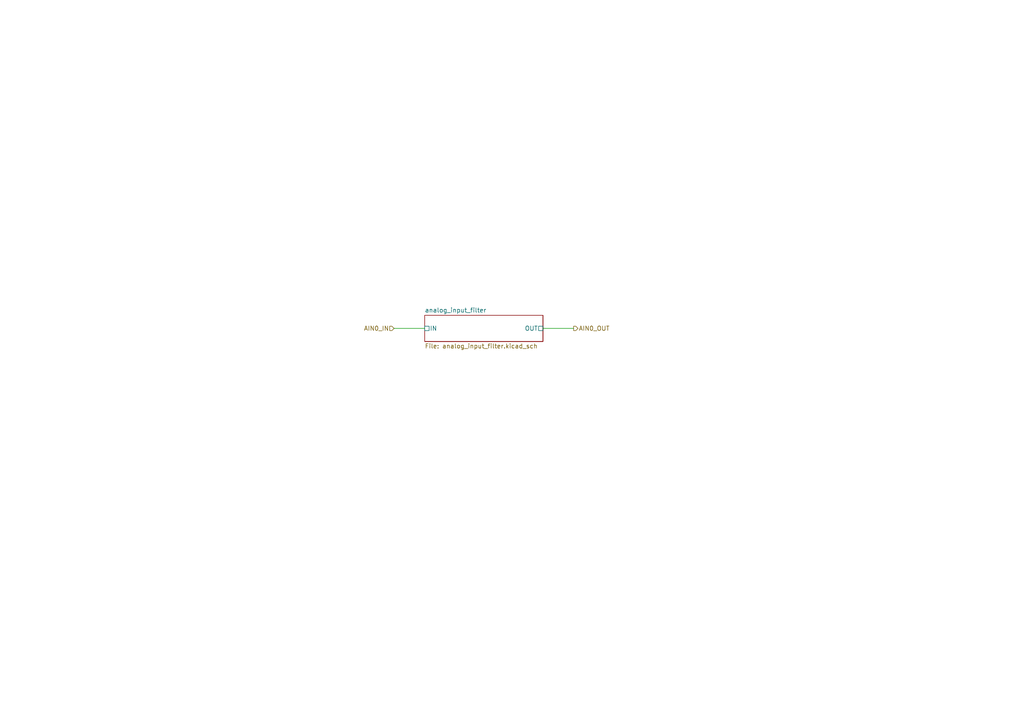
<source format=kicad_sch>
(kicad_sch
	(version 20231120)
	(generator "eeschema")
	(generator_version "8.0")
	(uuid "fbc7346d-2e00-43b8-a287-5fb06bdfc3af")
	(paper "A4")
	(lib_symbols)
	(wire
		(pts
			(xy 157.48 95.25) (xy 166.37 95.25)
		)
		(stroke
			(width 0)
			(type default)
		)
		(uuid "28c1a6b9-ee77-4103-a0a4-d86599d4a9d8")
	)
	(wire
		(pts
			(xy 114.3 95.25) (xy 123.19 95.25)
		)
		(stroke
			(width 0)
			(type default)
		)
		(uuid "c0bf8237-ae24-42df-a487-fb98e4623b7d")
	)
	(hierarchical_label "AIN0_IN"
		(shape input)
		(at 114.3 95.25 180)
		(effects
			(font
				(size 1.27 1.27)
			)
			(justify right)
		)
		(uuid "7486fed1-c5e5-473e-8a15-9ddf28813f83")
	)
	(hierarchical_label "AIN0_OUT"
		(shape output)
		(at 166.37 95.25 0)
		(effects
			(font
				(size 1.27 1.27)
			)
			(justify left)
		)
		(uuid "dbb6ab3b-6570-413e-8c19-35b8fb811702")
	)
	(sheet
		(at 123.19 91.44)
		(size 34.29 7.62)
		(fields_autoplaced yes)
		(stroke
			(width 0.1524)
			(type solid)
		)
		(fill
			(color 0 0 0 0.0000)
		)
		(uuid "c475e31e-8d2e-4349-b09e-bb38d3541ffe")
		(property "Sheetname" "analog_input_filter"
			(at 123.19 90.7284 0)
			(effects
				(font
					(size 1.27 1.27)
				)
				(justify left bottom)
			)
		)
		(property "Sheetfile" "analog_input_filter.kicad_sch"
			(at 123.19 99.6446 0)
			(effects
				(font
					(size 1.27 1.27)
				)
				(justify left top)
			)
		)
		(pin "OUT" passive
			(at 157.48 95.25 0)
			(effects
				(font
					(size 1.27 1.27)
				)
				(justify right)
			)
			(uuid "a6e265aa-6cb3-4367-960c-78538fbeff39")
		)
		(pin "IN" passive
			(at 123.19 95.25 180)
			(effects
				(font
					(size 1.27 1.27)
				)
				(justify left)
			)
			(uuid "7856bc35-4b1e-4928-b40c-87d8a20b3cdc")
		)
		(instances
			(project "main"
				(path "/c11d1dbc-4db9-4712-8d1d-5f6f7086cded/c878413c-9cd2-4a65-a83b-1662558de8fc"
					(page "45")
				)
			)
		)
	)
)

</source>
